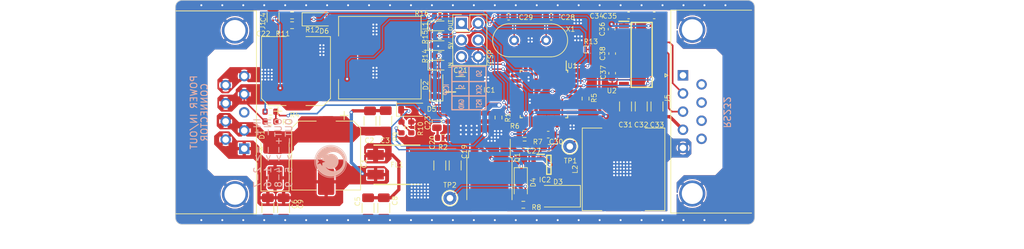
<source format=kicad_pcb>
(kicad_pcb (version 20221018) (generator pcbnew)
  (layers (0 "F.Cu" signal) (31 "B.Cu" signal) (34 "B.Paste" user) (35 "F.Paste" user) (36 "B.SilkS" user "B.Silkscreen") (37 "F.SilkS" user "F.Silkscreen") (38 "B.Mask" user) (39 "F.Mask" user) (44 "Edge.Cuts" user))
  (net 0 "")
  (net 1 "PWR_IN")
  (net 2 "PWR_IN_RTN_PRI")
  (net 3 "GNDPWR")
  (net 4 "PWR_IN_FLT")
  (net 5 "PWR_IN_RTN")
  (net 6 "Net-(D2-K)")
  (net 7 "Net-(IC1-BST)")
  (net 8 "PWR_OUT")
  (net 9 "Net-(C23-Pad1)")
  (net 10 "Net-(IC1-COMP)")
  (net 11 "5V_PRI")
  (net 12 "Net-(U1-AREF)")
  (net 13 "XTAL1")
  (net 14 "XTAL2")
  (net 15 "Net-(IC2-CB)")
  (net 16 "Net-(D3-K)")
  (net 17 "Net-(U2-C1-)")
  (net 18 "Net-(U2-C1+)")
  (net 19 "Net-(U2-VS+)")
  (net 20 "Net-(U2-VS-)")
  (net 21 "Net-(U2-C2+)")
  (net 22 "Net-(U2-C2-)")
  (net 23 "PWR_IN_RP")
  (net 24 "Net-(D4-A)")
  (net 25 "PWR_IN_RP_FB")
  (net 26 "PWR_OUT_FB")
  (net 27 "MCU_CONV_EN")
  (net 28 "REG_FB")
  (net 29 "Net-(IC1-FREQ)")
  (net 30 "Net-(IC2-FB)")
  (net 33 "MISO")
  (net 34 "SCK")
  (net 35 "MOSI")
  (net 36 "RESET")
  (net 38 "Net-(U2-T1OUT)")
  (net 39 "Net-(U2-R1IN)")
  (net 57 "MCU_RX")
  (net 58 "MCU_TX")
  (net 64 "Net-(D7-A)")
  (net 65 "Net-(D8-A)")
  (net 66 "Net-(D9-A)")
  (footprint "Capacitor_SMD:C_0805_2012Metric" (layer "F.Cu") (at 144.612 46.895 90)
    (fp_text reference "C23")
    (fp_text value "680pF")
  )
  (footprint "ACM7060-701-2PL-TL01:ACM70603012PLTL01" (layer "F.Cu") (at 138.5 53.5)
    (fp_text reference "FL1")
    (fp_text value "Filter_EMI_CommonMode" hide)
  )
  (footprint "LED_SMD:LED_0603_1608Metric_Pad1.05x0.95mm_HandSolder" (layer "F.Cu") (at 144.9 35.31)
    (fp_text reference "5V")
    (fp_text value "LED")
  )
  (footprint "Resistor_SMD:R_0603_1608Metric" (layer "F.Cu") (at 119.2 46.9)
    (fp_text reference "R3")
    (fp_text value "290k")
  )
  (footprint "Diode_SMD:D_SOD-123" (layer "F.Cu") (at 144.512 41.4 90)
    (fp_text reference "D2")
    (fp_text value "BZT52-C20_R1_00001")
  )
  (footprint "Capacitor_SMD:C_1206_3216Metric_Pad1.33x1.80mm_HandSolder" (layer "F.Cu") (at 119.6 31 90)
    (fp_text reference "C4")
    (fp_text value "10uF")
  )
  (footprint "Capacitor_SMD:C_1206_3216Metric_Pad1.33x1.80mm_HandSolder" (layer "F.Cu") (at 148.212 40.945)
    (fp_text reference "C21")
    (fp_text value "100nF")
  )
  (footprint "Diode_SMD:D_SOD-123" (layer "F.Cu") (at 126.4 31.3)
    (fp_text reference "D6")
    (fp_text value "5V")
  )
  (footprint "Capacitor_SMD:C_1206_3216Metric_Pad1.33x1.80mm_HandSolder" (layer "F.Cu") (at 178.2 44.6 90)
    (fp_text reference "C33")
    (fp_text value "10uF")
  )
  (footprint "Package_TO_SOT_SMD:TO-252-2" (layer "F.Cu") (at 152.625 55.74 -90)
    (fp_text reference "Q1")
    (fp_text value "DMPH6050SK3")
  )
  (footprint "Capacitor_SMD:C_0603_1608Metric" (layer "F.Cu") (at 177.775 30.7 180)
    (fp_text reference "C35")
    (fp_text value "10uF")
  )
  (footprint "Inductor_SMD:L_12x12mm_H8mm" (layer "F.Cu") (at 173.1 54.2 90)
    (fp_text reference "L2")
    (fp_text value "47uH")
  )
  (footprint "Capacitor_SMD:C_0603_1608Metric" (layer "F.Cu") (at 173.875 30.7 180)
    (fp_text reference "C34")
    (fp_text value "1uF")
  )
  (footprint "Resistor_SMD:R_0603_1608Metric" (layer "F.Cu") (at 145.537 49.395 180)
    (fp_text reference "R2")
    (fp_text value "200k")
  )
  (footprint "Resistor_SMD:R_0603_1608Metric" (layer "F.Cu") (at 122.5 30.7)
    (fp_text reference "R11")
    (fp_text value "50k")
  )
  (footprint "MAX232:SOIC127P600X175-16N" (layer "F.Cu") (at 175.863 36.725)
    (fp_text reference "U2")
    (fp_text value "MAX232" hide)
  )
  (footprint "Resistor_SMD:R_0603_1608Metric" (layer "F.Cu") (at 119.2 45.4)
    (fp_text reference "R4")
    (fp_text value "10k")
  )
  (footprint "TestPoint:TestPoint_THTPad_D2.0mm_Drill1.0mm" (layer "F.Cu") (at 146.6 58.6)
    (fp_text reference "TP2")
    (fp_text value "TestPoint")
  )
  (footprint "Resistor_SMD:R_0603_1608Metric" (layer "F.Cu") (at 145.075 36.8)
    (fp_text reference "R14")
    (fp_text value "46k")
  )
  (footprint "Resistor_SMD:R_0603_1608Metric" (layer "F.Cu") (at 122.5 32.2)
    (fp_text reference "R12")
    (fp_text value "10k")
  )
  (footprint "Resistor_SMD:R_0603_1608Metric" (layer "F.Cu") (at 158 50.4)
    (fp_text reference "R7")
    (fp_text value "15k")
  )
  (footprint "Resistor_SMD:R_0603_1608Metric" (layer "F.Cu") (at 167.3 43.4 90)
    (fp_text reference "R5")
    (fp_text value "100k")
  )
  (footprint "Capacitor_SMD:C_1206_3216Metric_Pad1.33x1.80mm_HandSolder" (layer "F.Cu") (at 121.2 60.1 -90)
    (fp_text reference "C9")
    (fp_text value "100nF")
  )
  (footprint "Capacitor_SMD:C_1206_3216Metric_Pad1.33x1.80mm_HandSolder" (layer "F.Cu") (at 118.8 60.1 -90)
    (fp_text reference "C6")
    (fp_text value "10uF")
  )
  (footprint "Connector_Dsub:DSUB-9_Female_Horizontal_P2.77x2.84mm_EdgePinOffset7.70mm_Housed_MountingHolesOffset9.12mm" (layer "F.Cu") (at 182.169669 39.85 90)
    (fp_text reference "J5")
    (fp_text value "DE9_Receptacle_MountingHoles")
  )
  (footprint "Capacitor_SMD:C_1206_3216Metric_Pad1.33x1.80mm_HandSolder" (layer "F.Cu") (at 134.4 46.8375 90)
    (fp_text reference "C2")
    (fp_text value "10uF")
  )
  (footprint "Resistor_SMD:R_0603_1608Metric" (layer "F.Cu") (at 158 48.8)
    (fp_text reference "R6")
    (fp_text value "82k")
  )
  (footprint "Resistor_SMD:R_0603_1608Metric" (layer "F.Cu") (at 157.8 59.6 180)
    (fp_text reference "R8")
    (fp_text value "10k")
  )
  (footprint "Capacitor_SMD:C_0603_1608Metric" (layer "F.Cu") (at 171.363 36.525 -90)
    (fp_text reference "C38")
    (fp_text value "1uF")
  )
  (footprint "Capacitor_SMD:C_1206_3216Metric_Pad1.33x1.80mm_HandSolder" (layer "F.Cu") (at 175.8 44.6 90)
    (fp_text reference "C32")
    (fp_text value "10uF")
  )
  (footprint "Capacitor_SMD:C_0603_1608Metric_Pad1.08x0.95mm_HandSolder" (layer "F.Cu") (at 161.6 48.9 180)
    (fp_text reference "C27")
    (fp_text value "100nF")
  )
  (footprint "Resistor_SMD:R_0603_1608Metric" (layer "F.Cu") (at 139.2 47.8 90)
    (fp_text reference "R9")
    (fp_text value "100k")
  )
  (footprint "Connector_Dsub:DSUB-9_Female_Horizontal_P2.77x2.84mm_EdgePinOffset7.70mm_Housed_MountingHolesOffset9.12mm" (layer "F.Cu") (at 115.2 51.04 -90)
    (fp_text reference "J1")
    (fp_text value "DE9_Receptacle_MountingHoles")
  )
  (footprint "Connector_PinHeader_2.54mm:PinHeader_2x03_P2.54mm_Vertical" (layer "F.Cu") (at 148.36 31.92)
    (fp_text reference "ICSP")
    (fp_text value "Conn_02x03_Odd_Even")
  )
  (footprint "Capacitor_SMD:C_0603_1608Metric" (layer "F.Cu") (at 162.05 30.9)
    (fp_text reference "C28")
    (fp_text value "22pF")
  )
  (footprint "Resistor_SMD:R_0603_1608Metric" (layer "F.Cu") (at 154.012 46.295 -90)
    (fp_text reference "R1")
    (fp_text value "200k")
  )
  (footprint "Capacitor_SMD:C_1206_3216Metric_Pad1.33x1.80mm_HandSolder" (layer "F.Cu") (at 145.05 53.6 -90)
    (fp_text reference "C20")
    (fp_text value "10uF")
  )
  (footprint "MPQ4559DN-LF-P:SOIC127P600X170-9N" (layer "F.Cu") (at 149.412 44.995)
    (fp_text reference "IC1")
    (fp_text value "MPQ4559DN-LF-P" hide)
  )
  (footprint "Capacitor_SMD:C_1206_3216Metric_Pad1.33x1.80mm_HandSolder" (layer "F.Cu") (at 173.4 44.6 -90)
    (fp_text reference "C31")
    (fp_text value "22uF")
  )
  (footprint "Capacitor_SMD:C_0603_1608Metric" (layer "F.Cu") (at 155.55 30.9 180)
    (fp_text reference "C29")
    (fp_text value "22pF")
  )
  (footprint "Package_QFP:TQFP-32_7x7mm_P0.8mm" (layer "F.Cu") (at 160.95 42.7 -90)
    (fp_text reference "U1")
    (fp_text value "ATmega328-A")
  )
  (footprint "Capacitor_SMD:CP_Elec_10x10" (layer "F.Cu") (at 127.7 52.1 -90)
    (fp_text reference "C1")
    (fp_text value "100uF")
  )
  (footprint "Capacitor_SMD:C_0603_1608Metric_Pad1.08x0.95mm_HandSolder" (layer "F.Cu") (at 161.7375 50.9)
    (fp_text reference "C30")
    (fp_text value "100nF")
  )
  (footprint "Capacitor_SMD:C_1206_3216Metric_Pad1.33x1.80mm_HandSolder" (layer "F.Cu") (at 136.8 46.8 90)
    (fp_text reference "C3")
    (fp_text value "100nF")
  )
  (footprint "Crystal:Crystal_HC49-4H_Vertical" (layer "F.Cu") (at 156.4 34.5)
    (fp_text reference "X1")
    (fp_text value "16Mhz")
  )
  (footprint "Capacitor_SMD:C_0603_1608Metric" (layer "F.Cu") (at 171.275 32.8 90)
    (fp_text reference "C36")
    (fp_text value "1uF")
  )
  (footprint "Capacitor_SMD:C_1206_3216Metric_Pad1.33x1.80mm_HandSolder" (layer "F.Cu") (at 136.5 60.1 90)
    (fp_text reference "C8")
    (fp_text value "100nF")
  )
  (footprint "LED_SMD:LED_0603_1608Metric_Pad1.05x0.95mm_HandSolder" (layer "F.Cu") (at 144.9 32.3)
    (fp_text reference "OUT")
    (fp_text value "LED")
  )
  (footprint "Diode_SMD:D_SOD-123" (layer "F.Cu") (at 140.8 45.1)
    (fp_text reference "D5")
    (fp_text value "5V")
  )
  (footprint "Resistor_SMD:R_0603_1608Metric" (layer "F.Cu") (at 145.075 30.8)
    (fp_text reference "R16")
    (fp_text value "4.7k")
  )
  (footprint "Capacitor_SMD:C_1206_3216Metric_Pad1.33x1.80mm_HandSolder" (layer "F.Cu") (at 134.1 60.1 90)
    (fp_text reference "C5")
    (fp_text value "10uF")
  )
  (footprint "Diode_SMD:D_SOD-123" (layer "F.Cu") (at 157.413 56.305 -90)
    (fp_text reference "D4")
    (fp_text value "BZT52-C20_R1_00001")
  )
  (footprint "Inductor_SMD:L_12x12mm_H8mm" (layer "F.Cu") (at 135.9 37.15)
    (fp_text reference "L1")
    (fp_text value "15uH")
  )
  (footprint "Diode_SMD:D_SMA" (layer "F.Cu") (at 163 58.3 180)
    (fp_text reference "D3")
    (fp_text value "D")
  )
  (footprint "Capacitor_SMD:CP_Elec_10x10" (layer "F.Cu") (at 123.1 39.2 90)
    (fp_text reference "C22")
    (fp_text value "100uF")
  )
  (footprint "Capacitor_SMD:C_1206_3216Metric_Pad1.33x1.80mm_HandSolder" (layer "F.Cu") (at 147.4 53.6 -90)
    (fp_text reference "C19")
    (fp_text value "10uF")
  )
  (footprint "TestPoint:TestPoint_THTPad_D2.0mm_Drill1.0mm" (layer "F.Cu") (at 164.9 50.7)
    (fp_text reference "TP1")
    (fp_text value "TestPoint")
  )
  (footprint "HT7463B:SOT95P280X145-6N" (layer "F.Cu") (at 161.7 53.5)
    (fp_text reference "IC2")
    (fp_text value "HT7463B" hide)
  )
  (footprint "Resistor_SMD:R_0603_1608Metric" (layer "F.Cu") (at 140.7 47.8 90)
    (fp_text reference "R10")
    (fp_text value "10k")
  )
  (footprint "Capacitor_SMD:C_0603_1608Metric" (layer "F.Cu") (at 171.363 39.525 -90)
    (fp_text reference "C37")
    (fp_text value "1uF")
  )
  (footprint "Resistor_SMD:R_0603_1608Metric" (layer "F.Cu") (at 167.325 35.9)
    (fp_text reference "R13")
    (fp_text value "10k")
  )
  (footprint "Resistor_SMD:R_0603_1608Metric" (layer "F.Cu") (at 145.075 33.8)
    (fp_text reference "R15")
    (fp_text value "1k")
  )
  (footprint "Diode_SMD:D_SMB_Handsoldering" (layer "F.Cu") (at 119.9 52.8 90)
    (fp_text reference "D1")
    (fp_text value "SMBJ51CA-HT")
  )
  (footprint "LED_SMD:LED_0603_1608Metric_Pad1.05x0.95mm_HandSolder" (layer "F.Cu") (at 144.9 38.3)
    (fp_text reference "IN")
    (fp_text value "LED")
  )
  (footprint "LOGO" (layer "B.Cu") (at 128.4 53 180)
    (fp_text reference "G***" hide)
    (fp_text value "LOGO" hide)
  )
  (gr_line (start 152.1 38.5) (end 146.9 38.5) (stroke (width 0.2)) (layer "B.SilkS"))
  (gr_line (start 152 40.8) (end 146.9 40.8) (stroke (width 0.2)) (layer "B.SilkS"))
  (gr_line (start 152.1 45.1) (end 152.1 38.5) (stroke (width 0.2)) (layer "B.SilkS"))
  (gr_line (start 152.05 43) (end 146.95 43) (stroke (width 0.2)) (layer "B.SilkS"))
  (gr_line (start 149.5 45.1) (end 149.5 38.5) (stroke (width 0.2)) (layer "B.SilkS"))
  (gr_line (start 146.9 45.1) (end 146.9 38.5) (stroke (width 0.2)) (layer "B.SilkS"))
  (gr_line (start 152.05 45.1) (end 146.95 45.1) (stroke (width 0.2)) (layer "B.SilkS"))
  (gr_line (start 104.7 61.6) (end 104.7 29.4) (stroke (width 0.1)) (layer "Edge.Cuts"))
  (gr_arc (start 104.7 29.4) (mid 104.992893 28.692893) (end 105.7 28.4) (stroke (width 0.1)) (layer "Edge.Cuts"))
  (gr_arc (start 193.1 61.6) (mid 192.807107 62.307107) (end 192.1 62.6) (stroke (width 0.1)) (layer "Edge.Cuts"))
  (gr_line (start 105.7 28.4) (end 192.1 28.4) (stroke (width 0.1)) (layer "Edge.Cuts"))
  (gr_arc (start 105.7 62.6) (mid 104.992893 62.307107) (end 104.7 61.6) (stroke (width 0.1)) (layer "Edge.Cuts"))
  (gr_line (start 192.1 62.6) (end 105.7 62.6) (stroke (width 0.1)) (layer "Edge.Cuts"))
  (gr_arc (start 192.1 28.4) (mid 192.807107 28.692893) (end 193.1 29.4) (stroke (width 0.1)) (layer "Edge.Cuts"))
  (gr_line (start 193.1 29.4) (end 193.1 61.6) (stroke (width 0.1)) (layer "Edge.Cuts"))
  (gr_text "ICSP" (at 146.5 41.1 90) (layer "B.SilkS") (effects (font (size 0.75 0.5) (thickness 0.125) bold) (justify left bottom mirror)))
  (gr_text "RST" (at 151.5 43.4 90) (layer "B.SilkS") (effects (font (size 0.75 0.5) (thickness 0.125) bold) (justify left bottom mirror)))
  (gr_text "POWER IN/OUT\nCONNECTOR" (at 109.7 45.5 90) (layer "B.SilkS") (effects (font (size 1 1)) (justify bottom mirror)))
  (gr_text "IN+\nIN-\nOUT+\nOUT-" (at 122.6 46.3 90) (layer "B.SilkS") (effects (font (size 1 1)) (justify left bottom mirror)))
  (gr_text "RS232" (at 188.3 45.5 270) (layer "B.SilkS") (effects (font (size 1 1)) (justify bottom mirror)))
  (gr_text "SI" (at 148.8 41.2 90) (layer "B.SilkS") (effects (font (size 0.75 0.5) (thickness 0.125) bold) (justify left bottom mirror)))
  (gr_text "GND" (at 148.8 43.4 90) (layer "B.SilkS") (effects (font (size 0.75 0.5) (thickness 0.125) bold) (justify left bottom mirror)))
  (gr_text "SO" (at 151.5 39 90) (layer "B.SilkS") (effects (font (size 0.75 0.5) (thickness 0.125) bold) (justify left bottom mirror)))
  (gr_text "-> 2-7\n-> 1-6\n-> 4-8\n-> 5-9" (at 122.6 50.5 90) (layer "B.SilkS") (effects (font (size 1 1)) (justify left bottom mirror)))
  (gr_text "SCK" (at 151.5 41.2 90) (layer "B.SilkS") (effects (font (size 0.75 0.5) (thickness 0.125) bold) (justify left bottom mirror)))
  (gr_text "5V" (at 148.8 39 90) (layer "B.SilkS") (effects (font (size 0.75 0.5) (thickness 0.125) bold) (justify left bottom mirror)))
  (segment (start 136.5 58.5375) (end 137.5625 58.5375) (width 0.5) (layer "F.Cu") (net 1))
  (segment (start 137.8 52) (end 135.25 52) (width 0.5) (layer "F.Cu") (net 1))
  (segment (start 138.8 53) (end 137.8 52) (width 0.5) (layer "F.Cu") (net 1))
  (segment (start 137.5625 58.5375) (end 138.8 57.3) (width 0.5) (layer "F.Cu") (net 1))
  (segment (start 134.1 58.5375) (end 136.5 58.5375) (width 0.5) (layer "F.Cu") (net 1))
  (segment (start 138.8 57.3) (end 138.8 53) (width 0.5) (layer "F.Cu") (net 1))
  (segment (start 134.4375 45.2375) (end 134.4 45.275) (width 0.5) (layer "F.Cu") (net 2))
  (segment (start 131.775 45.275) (end 131.55 45.5) (width 0.5) (layer "F.Cu") (net 2))
  (segment (start 134.4 45.275) (end 131.775 45.275) (width 0.5) (layer "F.Cu") (net 2))
  (segment (start 133.4 55) (end 133.25 54.85) (width 0.5) (layer "F.Cu") (net 2))
  (segment (start 135.25 55) (end 133.4 55) (width 0.5) (layer "F.Cu") (net 2))
  (segment (start 136.8 45.2375) (end 134.4375 45.2375) (width 0.5) (layer "F.Cu") (net 2))
  (via (at 133.25 54.85) (size 0.5) (drill 0.3) (layers "F.Cu" "B.Cu") (net 2))
  (via (at 131.55 45.5) (size 0.5) (drill 0.3) (layers "F.Cu" "B.Cu") (net 2))
  (segment (start 133.25 54.85) (end 131.55 53.15) (width 0.5) (layer "B.Cu") (net 2))
  (segment (start 131.55 53.15) (end 131.55 45.5) (width 0.5) (layer "B.Cu") (net 2))
  (via (at 124.65 61.95) (size 0.5) (drill 0.3) (layers "F.Cu" "B.Cu") (net 3))
  (via (at 175.85 61.95) (size 0.5) (drill 0.3) (layers "F.Cu" "B.Cu") (net 3))
  (via (at 143.85 29.15) (size 0.5) (drill 0.3) (layers "F.Cu" "B.Cu") (net 3))
  (via (at 175.85 29.15) (size 0.5) (drill 0.3) (layers "F.Cu" "B.Cu") (net 3))
  (via (at 108.65 29.15) (size 0.5) (drill 0.3) (layers "F.Cu" "B.Cu") (net 3))
  (via (at 131.05 29.15) (size 0.5) (drill 0.3) (layers "F.Cu" "B.Cu") (net 3))
  (via (at 124.65 29.15) (size 0.5) (drill 0.3) (layers "F.Cu" "B.Cu") (net 3))
  (via (at 150.25 29.15) (size 0.5) (drill 0.3) (layers "F.Cu" "B.Cu") (net 3))
  (via (at 156.65 61.95) (size 0.5) (drill 0.3) (layers "F.Cu" "B.Cu") (net 3))
  (via (at 182.25 61.95) (size 0.5) (drill 0.3) (layers "F.Cu" "B.Cu") (net 3))
  (via (at 159.85 29.15) (size 0.5) (drill 0.3) (layers "F.Cu" "B.Cu") (net 3))
  (via (at 147.05 61.95) (size 0.5) (drill 0.3) (layers "F.Cu" "B.Cu") (net 3))
  (via (at 111.85 61.95) (size 0.5) (drill 0.3) (layers "F.Cu" "B.Cu") (net 3))
  (via (at 153.45 61.95) (size 0.5) (drill 0.3) (layers "F.Cu" "B.Cu") (net 3))
  (via (at 159.85 61.95) (size 0.5) (drill 0.3) (layers "F.Cu" "B.Cu") (net 3))
  (via (at 188.65 29.15) (size 0.5) (drill 0.3) (layers "F.Cu" "B.Cu") (net 3))
  (via (at 147.05 29.15) (size 0.5) (drill 0.3) (layers "F.Cu" "B.Cu") (net 3))
  (via (at 115.05 29.15) (size 0.5) (drill 0.3) (layers "F.Cu" "B.Cu") (net 3))
  (via (at 118.25 61.95) (size 0.5) (drill 0.3) (layers "F.Cu" "B.Cu") (net 3))
  (via (at 115.05 61.95) (size 0.5) (drill 0.3) (layers "F.Cu" "B.Cu") (net 3))
  (via (at 150.25 61.95) (size 0.5) (drill 0.3) (layers "F.Cu" "B.Cu") (net 3))
  (via (at 143.85 61.95) (size 0.5) (drill 0.3) (layers "F.Cu" "B.Cu") (net 3))
  (via (at 131.05 61.95) (size 0.5) (drill 0.3) (layers "F.Cu" "B.Cu") (net 3))
  (via (at 127.85 29.15) (size 0.5) (drill 0.3) (layers "F.Cu" "B.Cu") (net 3))
  (via (at 169.45 29.15) (size 0.5) (drill 0.3) (layers "F.Cu" "B.Cu") (net 3))
  (via (at 188.65 61.95) (size 0.5) (drill 0.3) (layers "F.Cu" "B.Cu") (net 3))
  (via (at 172.65 61.95) (size 0.5) (drill 0.3) (layers "F.Cu" "B.Cu") (net 3))
  (via (at 121.45 61.95) (size 0.5) (drill 0.3) (layers "F.Cu" "B.Cu") (net 3))
  (via (at 140.65 61.95) (size 0.5) (drill 0.3) (layers "F.Cu" "B.Cu") (net 3))
  (via (at 166.25 61.95) (size 0.5) (drill 0.3) (layers "F.Cu" "B.Cu") (net 3))
  (via (at 185.45 61.95) (size 0.5) (drill 0.3) (layers "F.Cu" "B.Cu") (net 3))
  (via (at 156.65 29.15) (size 0.5) (drill 0.3) (layers "F.Cu" "B.Cu") (net 3))
  (via (at 153.45 29.15) (size 0.5) (drill 0.3) (layers "F.Cu" "B.Cu") (net 3))
  (via (at 185.45 29.15) (size 0.5) (drill 0.3) (layers "F.Cu" "B.Cu") (net 3))
  (via (at 169.45 61.95) (size 0.5) (drill 0.3) (layers "F.Cu" "B.Cu") (net 3))
  (via (at 121.45 29.15) (size 0.5) (drill 0.3) (layers "F.Cu" "B.Cu") (net 3))
  (via (at 140.65 29.15) (size 0.5) (drill 0.3) (layers "F.Cu" "B.Cu") (net 3))
  (via (at 137.45 29.15) (size 0.5) (drill 0.3) (layers "F.Cu" "B.Cu") (net 3))
  (via (at 172.65 29.15) (size 0.5) (drill 0.3) (layers "F.Cu" "B.Cu") (net 3))
  (via (at 179.05 29.15) (size 0.5) (drill 0.3) (layers "F.Cu" "B.Cu") (net 3))
  (via (at 163.05 29.15) (size 0.5) (drill 0.3) (layers "F.Cu" "B.Cu") (net 3))
  (via (at 163.05 61.95) (size 0.5) (drill 0.3) (layers "F.Cu" "B.Cu") (net 3))
  (via (at 111.85 29.15) (size 0.5) (drill 0.3) (layers "F.Cu" "B.Cu") (net 3))
  (via (at 118.25 29.15) (size 0.5) (drill 0.3) (layers "F.Cu" "B.Cu") (net 3))
  (via (at 134.25 29.15) (size 0.5) (drill 0.3) (layers "F.Cu" "B.Cu") (net 3))
  (via (at 182.25 29.15) (size 0.5) (drill 0.3) (layers "F.Cu" "B.Cu") (net 3))
  (via (at 179.05 61.95) (size 0.5) (drill 0.3) (layers "F.Cu" "B.Cu") (net 3))
  (via (at 166.25 29.15) (size 0.5) (drill 0.3) (layers "F.Cu" "B.Cu") (net 3))
  (via (at 108.65 61.95) (size 0.5) (drill 0.3) (layers "F.Cu" "B.Cu") (net 3))
  (via (at 134.25 61.95) (size 0.5) (drill 0.3) (layers "F.Cu" "B.Cu") (net 3))
  (via (at 127.85 61.95) (size 0.5) (drill 0.3) (layers "F.Cu" "B.Cu") (net 3))
  (via (at 137.45 61.95) (size 0.5) (drill 0.3) (layers "F.Cu" "B.Cu") (net 3))
  (segment (start 147.3625 52) (end 147.4 52.0375) (width 1.5) (layer "F.Cu") (net 4))
  (segment (start 147.8125 52.0375) (end 151.1 55.325) (width 1.5) (layer "F.Cu") (net 4))
  (segment (start 141.75 52) (end 147.3625 52) (width 1.5) (layer "F.Cu") (net 4))
  (segment (start 147.4 52.0375) (end 147.8125 52.0375) (width 1.5) (layer "F.Cu") (net 4))
  (segment (start 118.375 40.525) (end 118.4 40.5) (width 0.25) (layer "F.Cu") (net 5))
  (via (at 171.65 55.1) (size 0.5) (drill 0.3) (layers "F.Cu" "B.Cu") (net 5))
  (via (at 173.15 53.6) (size 0.5) (drill 0.3) (layers "F.Cu" "B.Cu") (net 5))
  (via (at 141.25 57) (size 0.5) (drill 0.3) (layers "F.Cu" "B.Cu") (net 5))
  (via (at 140.75 58) (size 0.5) (drill 0.3) (layers "F.Cu" "B.Cu") (net 5))
  (via (at 151.95 40.65) (size 0.5) (drill 0.3) (layers "F.Cu" "B.Cu") (net 5))
  (via (at 141.25 58.5) (size 0.5) (drill 0.3) (layers "F.Cu" "B.Cu") (net 5))
  (via (at 165.6 31.9) (size 0.5) (drill 0.3) (layers "F.Cu" "B.Cu") (net 5))
  (via (at 165 48) (size 0.5) (drill 0.3) (layers "F.Cu" "B.Cu") (net 5))
  (via (at 126.8 35.75) (size 0.5) (drill 0.3) (layers "F.Cu" "B.Cu") (net 5))
  (via (at 118.9 39.5) (size 0.5) (drill 0.3) (layers "F.Cu" "B.Cu") (net 5))
  (via (at 158.8 43.55) (size 0.5) (drill 0.3) (layers "F.Cu" "B.Cu") (net 5))
  (via (at 141.75 57.5) (size 0.5) (drill 0.3) (layers "F.Cu" "B.Cu") (net 5))
  (via (at 149.066666 48.85) (size 0.5) (drill 0.3) (layers "F.Cu" "B.Cu") (net 5))
  (via (at 117.9 40.5) (size 0.5) (drill 0.3) (layers "F.Cu" "B.Cu") (net 5))
  (via (at 140.75 58.5) (size 0.5) (drill 0.3) (layers "F.Cu" "B.Cu") (net 5))
  (via (at 153.45 49.85) (size 0.5) (drill 0.3) (layers "F.Cu" "B.Cu") (net 5))
  (via (at 153.45 49.35) (size 0.5) (drill 0.3) (layers "F.Cu" "B.Cu") (net 5))
  (via (at 173.15 53.1) (size 0.5) (drill 0.3) (layers "F.Cu" "B.Cu") (net 5))
  (via (at 150.7 48.85) (size 0.5) (drill 0.3) (layers "F.Cu" "B.Cu") (net 5))
  (via (at 172.15 53.6) (size 0.5) (drill 0.3) (layers "F.Cu" "B.Cu") (net 5))
  (via (at 149.883332 48.85) (size 0.5) (drill 0.3) (layers "F.Cu" "B.Cu") (net 5))
  (via (at 134.9 33.1) (size 0.5) (drill 0.3) (layers "F.Cu" "B.Cu") (net 5))
  (via (at 165.7 34.5) (size 0.5) (drill 0.3) (layers "F.Cu" "B.Cu") (net 5))
  (via (at 135.4 38.7) (size 0.5) (drill 0.3) (layers "F.Cu" "B.Cu") (net 5))
  (via (at 174.15 54.6) (size 0.5) (drill 0.3) (layers "F.Cu" "B.Cu") (net 5))
  (via (at 117.9 39.5) (size 0.5) (drill 0.3) (layers "F.Cu" "B.Cu") (net 5))
  (via (at 135.4 33.1) (size 0.5) (drill 0.3) (layers "F.Cu" "B.Cu") (net 5))
  (via (at 119.4 39) (size 0.5) (drill 0.3) (layers "F.Cu" "B.Cu") (net 5))
  (via (at 166.7 34.5) (size 0.5) (drill 0.3) (layers "F.Cu" "B.Cu") (net 5))
  (via (at 173.65 53.1) (size 0.5) (drill 0.3) (layers "F.Cu" "B.Cu") (net 5))
  (via (at 141.75 57) (size 0.5) (drill 0.3) (layers "F.Cu" "B.Cu") (net 5))
  (via (at 135.4 32.6) (size 0.5) (drill 0.3) (layers "F.Cu" "B.Cu") (net 5))
  (via (at 135.4 32.1) (size 0.5) (drill 0.3) (layers "F.Cu" "B.Cu") (net 5))
  (via (at 174.15 54.1) (size 0.5) (drill 0.3) (layers "F.Cu" "B.Cu") (net 5))
  (via (at 166.1 31.4) (size 0.5) (drill 0.3) (layers "F.Cu" "B.Cu") (net 5))
  (via (at 148.25 48.2) (size 0.5) (drill 0.3) (layers "F.Cu" "B.Cu") (net 5))
  (via (at 158.6 40.65) (size 0.5) (drill 0.3) (layers "F.Cu" "B.Cu") (net 5))
  (via (at 151.95 40.15) (size 0.5) (drill 0.3) (layers "F.Cu" "B.Cu") (net 5))
  (via (at 141.25 58) (size 0.5) (drill 0.3) (layers "F.Cu" "B.Cu") (net 5))
  (via (at 159.1 34.7) (size 0.5) (drill 0.3) (layers "F.Cu" "B.Cu") (net 5))
  (via (at 144.8 35.4) (size 0.5) (drill 0.3) (layers "F.Cu" "B.Cu") (net 5))
  (via (at 142.25 57) (size 0.5) (drill 0.3) (layers "F.Cu" "B.Cu") (net 5))
  (via (at 127.3 35.75) (size 0.5) (drill 0.3) (layers "F.Cu" "B.Cu") (net 5))
  (via (at 152.45 40.15) (size 0.5) (drill 0.3) (layers "F.Cu" "B.Cu") (net 5))
  (via (at 118.4 40.5) (size 0.5) (drill 0.3) (layers "F.Cu" "B.Cu") (net 5))
  (via (at 143.25 58) (size 0.5) (drill 0.3) (layers "F.Cu" "B.Cu") (net 5))
  (via (at 171.65 53.1) (size 0.5) (drill 0.3) (layers "F.Cu" "B.Cu") (net 5))
  (via (at 142.75 57) (size 0.5) (drill 0.3) (layers "F.Cu" "B.Cu") (net 5))
  (via (at 118.9 40.5) (size 0.5) (drill 0.3) (layers "F.Cu" "B.Cu") (net 5))
  (via (at 174.15 53.1) (size 0.5) (drill 0.3) (layers "F.Cu" "B.Cu") (net 5))
  (via (at 134.9 39.2) (size 0.5) (drill 0.3) (layers "F.Cu" "B.Cu") (net 5))
  (via (at 141.75 58) (size 0.5) (drill 0.3) (layers "F.Cu" "B.Cu") (net 5))
  (via (at 140.75 57) (size 0.5) (drill 0.3) (layers "F.Cu" "B.Cu") (net 5))
  (via (at 135.4 39.2) (size 0.5) (drill 0.3) (layers "F.Cu" "B.Cu") (net 5))
  (via (at 126.8 36.25) (size 0.5) (drill 0.3) (layers "F.Cu" "B.Cu") (net 5))
  (via (at 152.95 49.85) (size 0.5) (drill 0.3) (layers "F.Cu" "B.Cu") (net 5))
  (via (at 148.25 48.85) (size 0.5) (drill 0.3) (layers "F.Cu" "B.Cu") (net 5))
  (via (at 166.2 33.9) (size 0.5) (drill 0.3) (layers "F.Cu" "B.Cu") (net 5))
  (via (at 127.3 36.75) (size 0.5) (drill 0.3) (layers "F.Cu" "B.Cu") (net 5))
  (via (at 143.25 56.5) (size 0.5) (drill 0.3) (layers "F.Cu" "B.Cu") (net 5))
  (via (at 153.45 48.85) (size 0.5) (drill 0.3) (layers "F.Cu" "B.Cu") (net 5))
  (via (at 141.25 57.5) (size 0.5) (drill 0.3) (layers "F.Cu" "B.Cu") (net 5))
  (via (at 174.15 55.1) (size 0.5) (drill 0.3) (layers "F.Cu" "B.Cu") (net 5))
  (via (at 149.066666 48.2) (size 0.5) (drill 0.3) (layers "F.Cu" "B.Cu") (net 5))
  (via (at 134.9 32.6) (size 0.5) (drill 0.3) (layers "F.Cu" "B.Cu") (net 5))
  (via (at 152.95 49.35) (size 0.5) (drill 0.3) (layers "F.Cu" "B.Cu") (net 5))
  (via (at 135.4 39.7) (size 0.5) (drill 0.3) (layers "F.Cu" "B.Cu") (net 5))
  (via (at 154.45 48.35) (size 0.5) (drill 0.3) (layers "F.Cu" "B.Cu") (net 5))
  (via (at 172.15 54.6) (size 0.5) (drill 0.3) (layers "F.Cu" "B.Cu") (net 5))
  (via (at 118.9 40) (size 0.5) (drill 0.3) (layers "F.Cu" "B.Cu") (net 5))
  (via (at 119.4 40.5) (size 0.5) (drill 0.3) (layers "F.Cu" "B.Cu") (net 5))
  (via (at 173.15 54.6) (size 0.5) (drill 0.3) (layers "F.Cu" "B.Cu") (net 5))
  (via (at 126.8 35.25) (size 0.5) (drill 0.3) (layers "F.Cu" "B.Cu") (net 5))
  (via (at 158.8 44.05) (size 0.5) (drill 0.3) (layers "F.Cu" "B.Cu") (net 5))
  (via (at 134.9 33.6) (size 0.5) (drill 0.3) (layers "F.Cu" "B.Cu") (net 5))
  (via (at 166.6 31.4) (size 0.5) (drill 0.3) (layers "F.Cu" "B.Cu") (net 5))
  (via (at 171.65 54.1) (size 0.5) (drill 0.3) (layers "F.Cu" "B.Cu") (net 5))
  (via (at 142.75 58.5) (size 0.5) (drill 0.3) (layers "F.Cu" "B.Cu") (net 5))
  (via (at 165.5 47.5) (size 0.5) (drill 0.3) (layers "F.Cu" "B.Cu") (net 5))
  (via (at 166.7 33.9) (size 0.5) (drill 0.3) (layers "F.Cu" "B.Cu") (net 5))
  (via (at 143.25 58.5) (size 0.5) (drill 0.3) (layers "F.Cu" "B.Cu") (net 5))
  (via (at 171.65 54.6) (size 0.5) (drill 0.3) (layers "F.Cu" "B.Cu") (net 5))
  (via (at 172.65 55.1) (size 0.5) (drill 0.3) (layers "F.Cu" "B.Cu") (net 5))
  (via (at 118.4 39.5) (size 0.5) (drill 0.3) (layers "F.Cu" "B.Cu") (net 5))
  (via (at 141.75 56.5) (size 0.5) (drill 0.3) (layers "F.Cu" "B.Cu") (net 5))
  (via (at 153.95 48.35) (size 0.5) (drill 0.3) (layers "F.Cu" "B.Cu") (net 5))
  (via (at 134.9 40.2) (size 0.5) (drill 0.3) (layers "F.Cu" "B.Cu") (net 5))
  (via (at 143.25 57) (size 0.5) (drill 0.3) (layers "F.Cu" "B.Cu") (net 5))
  (via (at 142.75 58) (size 0.5) (drill 0.3) (layers "F.Cu" "B.Cu") (net 5))
  (via (at 141.25 56.5) (size 0.5) (drill 0.3) (layers "F.Cu" "B.Cu") (net 5))
  (via (at 148.25 47.55) (size 0.5) (drill 0.3) (layers "F.Cu" "B.Cu") (net 5))
  (via (at 141.75 58.5) (size 0.5) (drill 0.3) (layers "F.Cu" "B.Cu") (net 5))
  (via (at 135.4 40.2) (size 0.5) (drill 0.3) (layers "F.Cu" "B.Cu") (net 5))
  (via (at 172.15 54.1) (size 0.5) (drill 0.3) (layers "F.Cu" "B.Cu") (net 5))
  (via (at 149.883332 48.2) (size 0.5) (drill 0.3) (layers "F.Cu" "B.Cu") (net 5))
  (via (at 153.45 48.35) (size 0.5) (drill 0.3) (layers "F.Cu" "B.Cu") (net 5))
  (via (at 171.65 53.6) (size 0.5) (drill 0.3) (layers "F.Cu" "B.Cu") (net 5))
  (via (at 143.25 57.5) (size 0.5) (drill 0.3) (layers "F.Cu" "B.Cu") (net 5))
  (via (at 158.6 34.7) (size 0.5) (drill 0.3) (layers "F.Cu" "B.Cu") (net 5))
  (via (at 150.7 47.55) (size 0.5) (drill 0.3) (layers "F.Cu" "B.Cu") (net 5))
  (via (at 149.883332 47.55) (size 0.5) (drill 0.3) (layers "F.Cu" "B.Cu") (net 5))
  (via (at 173.65 53.6) (size 0.5) (drill 0.3) (layers "F.Cu" "B.Cu") (net 5))
  (via (at 127.3 36.25) (size 0.5) (drill 0.3) (layers "F.Cu" "B.Cu") (net 5))
  (via (at 119.4 40) (size 0.5) (drill 0.3) (layers "F.Cu" "B.Cu") (net 5))
  (via (at 142.75 56.5) (size 0.5) (drill 0.3) (layers "F.Cu" "B.Cu") (net 5))
  (via (at 172.65 53.6) (size 0.5) (drill 0.3) (layers "F.Cu" "B.Cu") (net 5))
  (via (at 135.4 33.6) (size 0.5) (drill 0.3) (layers "F.Cu" "B.Cu") (net 5))
  (via (at 158.6 40.15) (size 0.5) (drill 0.3) (layers "F.Cu" "B.Cu") (net 5))
  (via (at 142.25 57.5) (size 0.5) (drill 0.3) (layers "F.Cu" "B.Cu") (net 5))
  (via (at 172.15 55.1) (size 0.5) (drill 0.3) (layers "F.Cu" "B.Cu") (net 5))
  (via (at 118.4 45.4) (size 0.5) (drill 0.3) (layers "F.Cu" "B.Cu") (net 5))
  (via (at 119.4 39.5) (size 0.5) (drill 0.3) (layers "F.Cu" "B.Cu") (net 5))
  (via (at 173.15 55.1) (size 0.5) (drill 0.3) (layers "F.Cu" "B.Cu") (net 5))
  (via (at 149.066666 47.55) (size 0.5) (drill 0.3) (layers "F.Cu" "B.Cu") (net 5))
  (via (at 140.75 56.5) (size 0.5) (drill 0.3) (layers "F.Cu" "B.Cu") (net 5))
  (via (at 154.45 48.85) (size 0.5) (drill 0.3) (layers "F.Cu" "B.Cu") (net 5))
  (via (at 142.75 57.5) (size 0.5) (drill 0.3) (layers "F.Cu" "B.Cu") (net 5))
  (via (at 126.8 36.75) (size 0.5) (drill 0.3) (layers "F.Cu" "B.Cu") (net 5))
  (via (at 159.1 34.2) (size 0.5) (drill 0.3) (layers "F.Cu" "B.Cu") (net 5))
  (via (at 173.65 55.1) (size 0.5) (drill 0.3) (layers "F.Cu" "B.Cu") (net 5))
  (via (at 173.15 54.1) (size 0.5) (drill 0.3) (layers "F.Cu" "B.Cu") (net 5))
  (via (at 165.7 33.9) (size 0.5) (drill 0.3) (layers "F.Cu" "B.Cu") (net 5))
  (via (at 172.65 53.1) (size 0.5) (drill 0.3) (layers "F.Cu" "B.Cu") (net 5))
  (via (at 134.9 38.7) (size 0.5) (drill 0.3) (layers "F.Cu" "B.Cu") (net 5))
  (via (at 140.75 57.5) (size 0.5) (drill 0.3) (layers "F.Cu" "B.Cu") (net 5))
  (via (at 153.95 48.85) (size 0.5) (drill 0.3) (layers "F.Cu" "B.Cu") (net 5))
  (via (at 134.9 39.7) (size 0.5) (drill 0.3) (layers "F.Cu" "B.Cu") (net 5))
  (via (at 152.45 40.65) (size 0.5) (drill 0.3) (layers "F.Cu" "B.Cu") (net 5))
  (via (at 166.6 31.9) (size 0.5) (drill 0.3) (layers "F.Cu" "B.Cu") (net 5))
  (via (at 174.15 53.6) (size 0.5) (drill 0.3) (layers "F.Cu" "B.Cu") (net 5))
  (via (at 173.65 54.1) (size 0.5) (drill 0.3) (layers "F.Cu" "B.Cu") (net 5))
  (via (at 165.5 48) (size 0.5) (drill 0.3) (layers "F.Cu" "B.Cu") (net 5))
  (via (at 172.15 53.1) (size 0.5) (drill 0.3) (layers "F.Cu" "B.Cu") (net 5))
  (via (at 127.3 35.25) (size 0.5) (drill 0.3) (layers "F.Cu" "B.Cu") (net 5))
  (via (at 153.95 49.35) (size 0.5) (drill 0.3) (layers "F.Cu" "B.Cu") (net 5))
  (via (at 152.45 49.85) (size 0.5) (drill 0.3) (layers "F.Cu" "B.Cu") (net 5))
  (via (at 166.2 34.5) (size 0.5) (drill 0.3) (layers "F.Cu" "B.Cu") (net 5))
  (via (at 172.65 54.6) (size 0.5) (drill 0.3) (layers "F.Cu" "B.Cu") (net 5))
  (via (at 165.6 31.4) (size 0.5) (drill 0.3) (layers "F.Cu" "B.Cu") (net 5))
  (via (at 150.7 48.2) (size 0.5) (drill 0.3) (layers "F.Cu" "B.Cu") (net 5))
  (via (at 165 47.5) (size 0.5) (drill 0.3) (layers "F.Cu" "B.Cu") (net 5))
  (via (at 166.1 31.9) (size 0.5) (drill 0.3) (layers "F.Cu" "B.Cu") (net 5))
  (via (at 117.9 40) (size 0.5) (drill 0.3) (layers "F.Cu" "B.Cu") (net 5))
  (via (at 118.4 40) (size 0.5) (drill 0.3) (layers "F.Cu" "B.Cu") (net 5))
  (via (at 118.9 39) (size 0.5) (drill 0.3) (layers "F.Cu" "B.Cu") (net 5))
  (via (at 158.6 34.2) (size 0.5) (drill 0.3) (layers "F.Cu" "B.Cu") (net 5))
  (via (at 117.9 39) (size 0.5) (drill 0.3) (layers "F.Cu" "B.Cu") (net 5))
  (via (at 142.25 58.5) (size 0.5) (drill 0.3) (layers "F.Cu" "B.Cu") (net 5))
  (via (at 142.25 56.5) (size 0.5) (drill 0.3) (layers "F.Cu" "B.Cu") (net 5))
  (via (at 134.9 32.1) (size 0.5) (drill 0.3) (layers "F.Cu" "B.Cu") (net 5))
  (via (at 172.65 54.1) (size 0.5) (drill 0.3) (layers "F.Cu" "B.Cu") (net 5))
  (via (at 173.65 54.6) (size 0.5) (drill 0.3) (layers "F.Cu" "B.Cu") (net 5))
  (via (at 118.4 39) (size 0.5) (drill 0.3) (layers "F.Cu" "B.Cu") (net 5))
  (via (at 142.25 58) (size 0.5) (drill 0.3) (layers "F.Cu" "B.Cu") (net 5))
  (segment (start 118.4 45.4) (end 118.4 40.5) (width 0.25) (layer "B.Cu") (net 5))
  (segment (start 144.552 43.09) (end 144.512 43.05) (width 0.75) (layer "F.Cu") (net 6))
  (segment (start 146.6495 43.0395) (end 146.7 43.09) (width 0.35) (layer "F.Cu") (net 6))
  (segment (start 146.7 43.09) (end 144.552 43.09) (width 0.75) (layer "F.Cu") (net 6))
  (segment (start 146.6495 40.945) (end 146.6495 43.0395) (width 0.35) (layer "F.Cu") (net 6))
  (segment (start 152.124 43.09) (end 151.9195 43.09) (width 0.35) (layer "F.Cu") (net 7))
  (segment (start 151.9195 43.09) (end 149.7745 40.945) (width 0.35) (layer "F.Cu") (net 7))
  (segment (start 118.375 46.9) (end 115.2 43.725) (width 0.25) (layer "F.Cu") (net 8))
  (segment (start 119.6 31.4) (end 119.8 31.2) (width 0.25) (layer "F.Cu") (net 8))
  (segment (start 120.3 30.7) (end 121.675 30.7) (width 0.25) (layer "F.Cu") (net 8))
  (segment (start 115.2 43.725) (end 115.2 42.73) (width 0.25) (layer "F.Cu") (net 8))
  (segment (start 144.25 30.8) (end 143.4 30.8) (width 0.2) (layer "F.Cu") (net 8))
  (segment (start 119.6 32.5625) (end 119.6 31.4) (width 0.25) (layer "F.Cu") (net 8))
  (segment (start 119.8 31.2) (end 120.3 30.7) (width 0.25) (layer "F.Cu") (net 8))
  (via (at 120.7 41.8) (size 0.5) (drill 0.3) (layers "F.Cu" "B.Cu") (net 8))
  (via (at 119.8 31.2) (size 0.5) (drill 0.3) (layers "F.Cu" "B.Cu") (net 8))
  (via (at 130.9 40.4) (size 0.5) (drill 0.3) (layers "F.Cu" "B.Cu") (net 8))
  (via (at 143.4 30.8) (size 0.5) (drill 0.3) (layers "F.Cu" "B.Cu") (net 8))
  (segment (start 136.3 32.4) (end 136.3 35.8) (width 0.2) (layer "B.Cu") (net 8))
  (segment (start 131.5 37.1) (end 130.9 37.7) (width 0.2) (layer "B.Cu") (net 8))
  (segment (start 136.3 35.8) (end 135 37.1) (width 0.2) (layer "B.Cu") (net 8))
  (segment (start 130.9 37.7) (end 130.9 40.4) (width 0.2) (layer "B.Cu") (net 8))
  (segment (start 137.4 31.3) (end 136.3 32.4) (width 0.2) (layer "B.Cu") (net 8))
  (segment (start 135 37.1) (end 131.5 37.1) (width 0.2) (layer "B.Cu") (net 8))
  (segment (start 120.7 41.8) (end 120.7 32.1) (width 0.25) (layer "B.Cu") (net 8))
  (segment (start 142.9 31.3) (end 142.5 31.3) (width 0.2) (layer "B.Cu") (net 8))
  (segment (start 143.4 30.8) (end 142.9 31.3) (width 0.2) (layer "B.Cu") (net 8))
  (segment (start 142.5 31.3) (end 137.4 31.3) (width 0.2) (layer "B.Cu") (net 8))
  (segment (start 120.7 32.1) (end 119.8 31.2) (width 0.25) (layer "B.Cu") (net 8))
  (segment (start 144.712 49.395) (end 144.712 47.945) (width 0.35) (layer "F.Cu") (net 9))
  (segment (start 144.712 47.945) (end 144.612 47.845) (width 0.35) (layer "F.Cu") (net 9))
  (segment (start 144.612 45.945) (end 146.385 45.945) (width 0.35) (layer "F.Cu") (net 10))
  (segment (start 146.385 45.945) (end 146.7 45.63) (width 0.35) (layer "F.Cu") (net 10))
  (segment (start 159.75 38.45) (end 159.75 40.1) (width 0.5) (layer "F.Cu") (net 11))
  (segment (start 161.35 40.85) (end 161.35 38.45) (width 0.5) (layer "F.Cu") (net 11))
  (segment (start 157.175 48.8) (end 156.1 48.8) (width 0.25) (layer "F.Cu") (net 11))
  (segment (start 178.2 47.3) (end 178.2 46.1625) (width 0.75) (layer "F.Cu") (net 11))
  (segment (start 159.5 45.5) (end 159.75 45.25) (width 0.5) (layer "F.Cu") (net 11))
  (segment (start 178.2 46.1625) (end 173.4 46.1625) (width 0.75) (layer "F.Cu") (net 11))
  (segment (start 168.525 44.225) (end 167.3 44.225) (width 0.2) (layer "F.Cu") (net 11))
  (segment (start 159.75 42.45) (end 161.35 40.85) (width 0.5) (layer "F.Cu") (net 11))
  (segment (start 169.5 46.1) (end 170.4 46.1) (width 0.25) (layer "F.Cu") (net 11))
  (segment (start 169.4 32.6) (end 169.4 45.1) (width 0.35) (layer "F.Cu") (net 11))
  (segment (start 178.2 46.1625) (end 180.172169 46.1625) (width 0.5) (layer "F.Cu") (net 11))
  (segment (start 173.1 49.25) (end 176.25 49.25) (width 0.75) (layer "F.Cu") (net 11))
  (segment (start 169.975 32.025) (end 169.4 32.6) (width 0.35) (layer "F.Cu") (net 11))
  (segment (start 158.95 45.775) (end 158.95 46.95) (width 0.5) (layer "F.Cu") (net 11))
  (segment (start 145 33.8) (end 144.25 33.8) (width 0.2) (layer "F.Cu") (net 11))
  (segment (start 164.9 50.7) (end 169.5 46.1) (width 0.25) (layer "F.Cu") (net 11))
  (segment (start 176.92 32.28) (end 176.9 32.3) (width 0.35) (layer "F.Cu") (net 11))
  (segment (start 169.4 45.1) (end 170.4 46.1) (width 0.35) (layer "F.Cu") (net 11))
  (segment (start 147.3 33.3) (end 149.52 33.3) (width 0.2) (layer "F.Cu") (net 11))
  (segment (start 149.52 33.3) (end 150.9 31.92) (width 0.2) (layer "F.Cu") (net 11))
  (segment (start 176.25 49.25) (end 178.2 47.3) (width 0.75) (layer "F.Cu") (net 11))
  (segment (start 180.172169 46.1625) (end 182.169669 48.16) (width 0.5) (layer "F.Cu") (net 11))
  (segment (start 171.275 32.025) (end 169.975 32.025) (width 0.35) (layer "F.Cu") (net 11))
  (segment (start 173.4 46.1625) (end 170.4625 46.1625) (width 0.75) (layer "F.Cu") (net 11))
  (segment (start 178.575 32.28) (end 176.92 32.28) (width 0.35) (layer "F.Cu") (net 11))
  (segment (start 159.5 45.5) (end 159.225 45.5) (width 0.5) (layer "F.Cu") (net 11))
  (segment (start 159.75 45.25) (end 159.75 41.5) (width 0.5) (layer "F.Cu") (net 11))
  (segment (start 170.4 46.1) (end 168.525 44.225) (width 0.2) (layer "F.Cu") (net 11))
  (segment (start 170.4625 46.1625) (end 170.4 46.1) (width 0.75) (layer "F.Cu") (net 11))
  (segment (start 159.225 45.5) (end 158.95 45.775) (width 0.5) (layer "F.Cu") (net 11))
  (segment (start 159.75 41.5) (end 159.75 40.1) (width 0.5) (layer "F.Cu") (net 11))
  (segment (start 178.55 30.7) (end 178.55 32.255) (width 0.35) (layer "F.Cu") (net 11))
  (segment (start 178.55 32.255) (end 178.575 32.28) (width 0.35) (layer "F.Cu") (net 11))
  (via (at 170.4 46.1) (size 0.5) (drill 0.3) (layers "F.Cu" "B.Cu") (net 11))
  (via (at 159.5 45.5) (size 0.5) (drill 0.3) (layers "F.Cu" "B.Cu") (net 11))
  (via (at 145 33.8) (size 0.5) (drill 0.3) (layers "F.Cu" "B.Cu") (net 11))
  (via (at 176.9 32.3) (size 0.5) (drill 0.3) (layers "F.Cu" "B.Cu") (net 11))
  (via (at 147.3 33.3) (size 0.5) (drill 0.3) (layers "F.Cu" "B.Cu") (net 11))
  (via (at 156.1 48.8) (size 0.5) (drill 0.3) (layers "F.Cu" "B.Cu") (net 11))
  (via (at 171.275 32.025) (size 0.5) (drill 0.3) (layers "F.Cu" "B.Cu") (net 11))
  (via (at 159.75 40.1) (size 0.5) (drill 0.3) (layers "F.Cu" "B.Cu") (net 11))
  (segment (start 169.8 45.5) (end 159.5 45.5) (width 0.5) (layer "B.Cu") (net 11))
  (segment (start 171.55 32.3) (end 171.275 32.025) (width 0.35) (layer "B.Cu") (net 11))
  (segment (start 154.4 36.986827) (end 154.4 35.42) (width 0.25) (layer "B.Cu") (net 11))
  (segment (start 146.8 33.8) (end 147.3 33.3) (width 0.2) (layer "B.Cu") (net 11))
  (segment (start 154.4 35.42) (end 150.9 31.92) (width 0.25) (layer "B.Cu") (net 11))
  (segment (start 156.4 39) (end 156.4 38.986827) (width 0.25) (layer "B.Cu") (net 11))
  (segment (start 156.4 38.986827) (end 154.4 36.986827) (width 0.25) (layer "B.Cu") (net 11))
  (segment (start 158.9 46.1) (end 159.5 45.5) (width 0.25) (layer "B.Cu") (net 11))
  (segment (start 156.1 48.8) (end 157.8 48.8) (width 0.25) (layer "B.Cu") (net 11))
  (segment (start 158.8 39) (end 156.4 39) (width 0.25) (layer "B.Cu") (net 11))
  (segment (start 176.9 32.3) (end 171.55 32.3) (width 0.35) (layer "B.Cu") (net 11))
  (segment (start 146.8 33.8) (end 145 33.8) (width 0.2) (layer "B.Cu") (net 11))
  (segment (start 157.8 48.8) (end 158.9 47.7) (width 0.25) (layer "B.Cu") (net 11))
  (segment (start 170.4 46.1) (end 169.8 45.5) (width 0.5) (layer "B.Cu") (net 11))
  (segment (start 159.75 39.95) (end 158.8 39) (width 0.25) (layer "B.Cu") (net 11))
  (segment (start 159.75 40.1) (end 159.75 39.95) (width 0.25) (layer "B.Cu") (net 11))
  (segment (start 158.9 47.7) (end 158.9 46.1) (width 0.25) (layer "B.Cu") (net 11))
  (segment (start 160.55 48.7125) (end 160.55 46.95) (width 0.25) (layer "F.Cu") (net 12))
  (segment (start 160.7375 48.9) (end 160.55 48.7125) (width 0.25) (layer "F.Cu") (net 12))
  (segment (start 161.28 34.5) (end 160.7 34.5) (width 0.2) (layer "F.Cu") (net 13))
  (segment (start 161.28 30.905) (end 161.275 30.9) (width 0.2) (layer "F.Cu") (net 13))
  (segment (start 160.7 34.5) (end 158.95 36.25) (width 0.2) (layer "F.Cu") (net 13))
  (segment (start 161.28 34.5) (end 161.28 30.905) (width 0.2) (layer "F.Cu") (net 13))
  (segment (start 158.95 36.25) (end 158.95 38.45) (width 0.2) (layer "F.Cu") (net 13))
  (segment (start 156.4 30.975) (end 156.325 30.9) (width 0.2) (layer "F.Cu") (net 14))
  (segment (start 158.15 36.25) (end 158.15 38.45) (width 0.2) (layer "F.Cu") (net 14))
  (segment (start 156.4 34.5) (end 156.4 30.975) (width 0.2) (layer "F.Cu") (net 14))
  (segment (start 156.4 34.5) (end 158.15 36.25) (width 0.2) (layer "F.Cu") (net 14))
  (segment (start 160.45 52.55) (end 160.45 51.325) (width 0.25) (layer "F.Cu") (net 15))
  (segment (start 160.45 51.325) (end 160.875 50.9) (width 0.25) (layer "F.Cu") (net 15))
  (segment (start 164.9 58.2) (end 165 58.3) (width 0.75) (layer "F.Cu") (net 16))
  (segment (start 162.95 52.55) (end 164.15 52.55) (width 0.75) (layer "F.Cu") (net 16))
  (segment (start 165 58.3) (end 165.85 59.15) (width 0.75) (layer "F.Cu") (net 16))
  (segment (start 164.9 53.3) (end 164.9 58.2) (width 0.75) (layer "F.Cu") (net 16))
  (segment (start 162.6 50.9) (end 162.95 51.25) (width 0.25) (layer "F.Cu") (net 16))
  (segment (start 162.95 51.25) (end 162.95 52.55) (width 0.25) (layer "F.Cu") (net 16))
  (segment (start 164.15 52.55) (end 164.9 53.3) (width 0.75) (layer "F.Cu") (net 16))
  (segment (start 165.85 59.15) (end 173.1 59.15) (width 0.75) (layer "F.Cu") (net 16))
  (segment (start 173.955 34.82) (end 174.65 34.125) (width 0.35) (layer "F.Cu") (net 17))
  (segment (start 174.65 34.125) (end 174.65 30.7) (width 0.35) (layer "F.Cu") (net 17))
  (segment (start 173.151 34.82) (end 173.955 34.82) (width 0.35) (layer "F.Cu") (net 17))
  (segment (start 173.151 32.28) (end 173.151 30.751) (width 0.35) (layer "F.Cu") (net 18))
  (segment (start 173.151 30.751) (end 173.1 30.7) (width 0.35) (layer "F.Cu") (net 18))
  (segment (start 173.151 33.55) (end 171.3 33.55) (width 0.35) (layer "F.Cu") (net 19))
  (segment (start 171.3 33.55) (end 171.275 33.575) (width 0.35) (layer "F.Cu") (net 19))
  (segment (start 173.031 38.75) (end 173.151 38.63) (width 0.35) (layer "F.Cu") (net 20))
  (segment (start 171.363 38.75) (end 173.031 38.75) (width 0.35) (layer "F.Cu") (net 20))
  (segment (start 171.363 35.75) (end 171.703 36.09) (width 0.35) (layer "F.Cu") (net 21))
  (segment (start 171.703 36.09) (end 173.151 36.09) (width 0.35) (layer "F.Cu") (net 21))
  (segment (start 171.363 37.3) (end 173.091 37.3) (width 0.35) (layer "F.Cu") (net 22))
  (segment (start 173.091 37.3) (end 173.151 37.36) (width 0.35) (layer "F.Cu") (net 22))
  (segment (start 139.125 48.625) (end 138.4 47.9) (width 0.25) (layer "F.Cu") (net 23))
  (segment (start 151.1 50.7) (end 153 52.6) (width 0.5) (layer "F.Cu") (net 23))
  (segment (start 157.5 53.7) (end 157.5 54.568) (width 0.5) (layer "F.Cu") (net 23))
  (segment (start 152.124 44.36) (end 154.06 44.36) (width 0.75) (layer "F.Cu") (net 23))
  (segment (start 161.8 53.5) (end 162.95 53.5) (width 0.5) (layer "F.Cu") (net 23))
  (segment (start 151.9 48.9) (end 150.345 50.455) (width 0.75) (layer "F.Cu") (net 23))
  (segment (start 139.2 48.625) (end 139.125 48.625) (width 0.25) (layer "F.Cu") (net 23))
  (segment (start 157.5 54.568) (end 157.413 54.655) (width 0.5) (layer "F.Cu") (net 23))
  (segment (start 144.8 36.8) (end 144.9 36.9) (width 0.2) (layer "F.Cu") (net 23))
  (segment (start 150.345 50.455) (end 150.345 50.7) (width 0.75) (layer "F.Cu") (net 23))
  (segment (start 154.06 44.36) (end 154.1 44.4) (width 0.75) (layer "F.Cu") (net 23))
  (segment (start 150.345 50.7) (end 151.1 50.7) (width 0.5) (layer "F.Cu") (net 23))
  (segment (start 144.25 36.8) (end 144.8 36.8) (width 0.2) (layer "F.Cu") (net 23))
  (via (at 153 52.6) (size 0.5) (drill 0.3) (layers "F.Cu" "B.Cu") (net 23))
  (via (at 157.5 53.7) (size 0.5) (drill 0.3) (layers "F.Cu" "B.Cu") (net 23))
  (via (at 161.8 53.5) (size 0.5) (drill 0.3) (layers "F.Cu" "B.Cu") (net 23))
  (via (at 154.1 44.4) (size 0.75) (drill 0.5) (layers "F.Cu" "B.Cu") (net 23))
  (via (at 144.9 36.9) (size 0.5) (drill 0.3) (layers "F.Cu" "B.Cu") (net 23))
  (via (at 151.9 48.9) (size 0.75) (drill 0.5) (layers "F.Cu" "B.Cu") (net 23))
  (via (at 138.4 47.9) (size 0.5) (drill 0.3) (layers "F.Cu" "B.Cu") (net 23))
  (segment (start 151.9 48.9) (end 151.9 45.4) (width 0.75) (layer "B.Cu") (net 23))
  (segment (start 156.8 52.6) (end 157.5 53.3) (width 0.5) (layer "B.Cu") (net 23))
  (segment (start 152.9 44.4) (end 154.1 44.4) (width 0.75) (layer "B.Cu") (net 23))
  (segment (start 138.4 49.8) (end 138.4 47.9) (width 0.25) (layer "B.Cu") (net 23))
  (segment (start 146.3 50) (end 146.9 50.6) (width 0.2) (layer "B.Cu") (net 23))
  (segment (start 160.9 52.6) (end 161.8 53.5) (width 0.5) (layer "B.Cu") (net 23))
  (segment (start 157.5 53.3) (end 157.5 53.7) (width 0.5) (layer "B.Cu") (net 23))
  (segment (start 139.2 50.6) (end 138.4 49.8) (width 0.25) (layer "B.Cu") (net 23))
  (segment (start 144.9 36.9) (end 144.9 45.6) (width 0.2) (layer "B.Cu") (net 23))
  (segment (start 151.9 48.9) (end 150.2 50.6) (width 0.25) (layer "B.Cu") (net 23))
  (segment (start 151.9 45.4) (end 152.9 44.4) (width 0.75) (layer "B.Cu") (net 23))
  (segment (start 145.3 46) (end 145.8 46) (width 0.2) (layer "B.Cu") (net 23))
  (segment (start 150.2 50.6) (end 146.9 50.6) (width 0.25) (layer "B.Cu") (net 23))
  (segment (start 146.3 46.5) (end 146.3 50) (width 0.2) (layer "B.Cu") (net 23))
  (segment (start 153 52.6) (end 156.8 52.6) (width 0.5) (layer "B.Cu") (net 23))
  (segment (start 144.9 45.6) (end 145.3 46) (width 0.2) (layer "B.Cu") (net 23))
  (segment (start 156.8 52.6) (end 157.6 52.6) (width 0.5) (layer "B.Cu") (net 23))
  (segment (start 145.8 46) (end 146.3 46.5) (width 0.2) (layer "B.Cu") (net 23))
  (segment (start 146.9 50.6) (end 139.2 50.6) (width 0.25) (layer "B.Cu") (net 23))
  (segment (start 157.6 52.6) (end 160.9 52.6) (width 0.5) (layer "B.Cu") (net 23))
  (segment (start 157.413 57.955) (end 158.625 59.167) (width 0.5) (layer "F.Cu") (net 24))
  (segment (start 155.975 51.77) (end 155.975 56.517) (width 0.5) (layer "F.Cu") (net 24))
  (segment (start 155.975 56.517) (end 157.413 57.955) (width 0.5) (layer "F.Cu") (net 24))
  (segment (start 158.625 59.167) (end 158.625 59.6) (width 0.5) (layer "F.Cu") (net 24))
  (segment (start 158.1 56.8) (end 158.1 57.268) (width 0.25) (layer "F.Cu") (net 24))
  (segment (start 158.1 57.268) (end 157.413 57.955) (width 0.25) (layer "F.Cu") (net 24))
  (segment (start 154.905 50.7) (end 155.975 51.77) (width 0.5) (layer "F.Cu") (net 24))
  (via (at 158.1 56.8) (size 0.5) (drill 0.3) (layers "F.Cu" "B.Cu") (net 24))
  (segment (start 148.4 56.8) (end 158.1 56.8) (width 0.25) (layer "B.Cu") (net 24))
  (segment (start 146.6 58.6) (end 148.4 56.8) (width 0.25) (layer "B.Cu") (net 24))
  (segment (start 139.2 46.975) (end 139.2 47.125) (width 0.25) (layer "F.Cu") (net 25))
  (segment (start 139.2 45.15) (end 139.15 45.1) (width 0.35) (layer "F.Cu") (net 25))
  (segment (start 139.2 47.125) (end 140.7 48.625) (width 0.25) (layer "F.Cu") (net 25))
  (segment (start 162.958275 48.003985) (end 162.958275 46.958275) (width 0.2) (layer "F.Cu") (net 25))
  (segment (start 162.958275 46.958275) (end 162.95 46.95) (width 0.2) (layer "F.Cu") (net 25))
  (segment (start 139.15 45.1) (end 140.1 45.1) (width 0.2) (layer "F.Cu") (net 25))
  (segment (start 139.2 46.975) (end 139.2 45.15) (width 0.35) (layer "F.Cu") (net 25))
  (segment (start 140.1 45.1) (end 140.3 45.3) (width 0.2) (layer "F.Cu") (net 25))
  (via (at 162.958275 48.003985) (size 0.5) (drill 0.3) (layers "F.Cu" "B.Cu") (net 25))
  (via (at 140.3 45.3) (size 0.5) (drill 0.3) (layers "F.Cu" "B.Cu") (net 25))
  (segment (start 161.8 51.2) (end 138.8 51.2) (width 0.2) (layer "B.Cu") (net 25))
  (segment (start 137.7 47.7) (end 140.1 45.3) (width 0.2) (layer "B.Cu") (net 25))
  (segment (start 137.7 50.1) (end 137.7 47.7) (width 0.2) (layer "B.Cu") (net 25))
  (segment (start 138.8 51.2) (end 137.7 50.1) (width 0.2) (layer "B.Cu") (net 25))
  (segment (start 162.958275 48.003985) (end 162.9 48.06226) (width 0.2) (layer "B.Cu") (net 25))
  (segment (start 162.9 50.1) (end 161.8 51.2) (width 0.2) (layer "B.Cu") (net 25))
  (segment (start 162.9 48.06226) (end 162.9 50.1) (width 0.2) (layer "B.Cu") (net 25))
  (segment (start 140.1 45.3) (end 140.3 45.3) (width 0.2) (layer "B.Cu") (net 25))
  (segment (start 121.825 32.2) (end 123.325 30.7) (width 0.25) (layer "F.Cu") (net 26))
  (segment (start 163.75 43.35) (end 163.75 46.95) (width 0.25) (layer "F.Cu") (net 26))
  (segment (start 124.75 31.3) (end 125.8 31.3) (width 0.25) (layer "F.Cu") (net 26))
  (segment (start 163.85 43.25) (end 163.75 43.35) (width 0.25) (layer "F.Cu") (net 26))
  (segment (start 124.75 31.3) (end 124.15 30.7) (width 0.25) (layer "F.Cu") (net 26))
  (segment (start 121.675 32.2) (end 121.825 32.2) (width 0.25) (layer "F.Cu") (net 26))
  (segment (start 124.15 30.7) (end 123.325 30.7) (width 0.25) (layer "F.Cu") (net 26))
  (via (at 163.85 43.25) (size 0.5) (drill 0.3) (layers "F.Cu" "B.Cu") (net 26))
  (via (at 125.8 31.3) (size 0.5) (drill 0.3) (layers "F.Cu" "B.Cu") (net 26))
  (segment (start 128 30.2) (end 151.6 30.2) (width 0.25) (layer "B.Cu") (net 26))
  (segment (start 151.6 30.2) (end 153.9 32.5) (width 0.25) (layer "B.Cu") (net 26))
  (segment (start 167.3 33.3) (end 167.3 37) (width 0.25) (layer "B.Cu") (net 26))
  (segment (start 166.5 32.5) (end 167.3 33.3) (width 0.25) (layer "B.Cu") (net 26))
  (segment (start 125.8 31.3) (end 126.9 31.3) (width 0.25) (layer "B.Cu") (net 26))
  (segment (start 126.9 31.3) (end 128 30.2) (width 0.25) (layer "B.Cu") (net 26))
  (segment (start 153.9 32.5) (end 166.5 32.5) (width 0.25) (layer "B.Cu") (net 26))
  (segment (start 166.1 41.65) (end 164.5 43.25) (width 0.25) (layer "B.Cu") (net 26))
  (segment (start 166.1 38.2) (end 166.1 41.65) (width 0.25) (layer "B.Cu") (net 26))
  (segment (start 167.3 37) (end 166.1 38.2) (width 0.25) (layer "B.Cu") (net 26))
  (segment (start 164.5 43.25) (end 163.85 43.25) (width 0.25) (layer "B.Cu") (net 26))
  (segment (start 146.7 44.36) (end 144.26 44.36) (width 0.2) (layer "F.Cu") (net 27))
  (segment (start 153.4 30.9) (end 153.4 30.8) (width 0.2) (layer "F.Cu") (net 27))
  (segment (start 144.26 44.36) (end 144.1 44.2) (width 0.2) (layer "F.Cu") (net 27))
  (segment (start 152.643767 32.056233) (end 153.1 31.6) (width 0.2) (layer "F.Cu") (net 27))
  (segment (start 153.1 31.6) (end 153.1 31.2) (width 0.2) (layer "F.Cu") (net 27))
  (segment (start 167.55 38.45) (end 163.75 38.45) (width 0.2) (layer "F.Cu") (net 27))
  (segment (start 153.1 31.2) (end 153.4 30.9) (width 0.2) (layer "F.Cu") (net 27))
  (segment (start 163.75 38.45) (end 163.95 38.45) (width 0.2) (layer "F.Cu") (net 27))
  (segment (start 163.95 38.45) (end 166.5 35.9) (width 0.2) (layer "F.Cu") (net 27))
  (segment (start 167.6 38.4) (end 167.55 38.45) (width 0.2) (layer "F.Cu") (net 27))
  (via (at 152.643767 32.056233) (size 0.5) (drill 0.3) (layers "F.Cu" "B.Cu") (net 27))
  (via (at 153.4 30.8) (size 0.5) (drill 0.3) (layers "F.Cu" "B.Cu") (net 27))
  (via (at 167.6 38.4) (size 0.5) (drill 0.3) (layers "F.Cu" "B.Cu") (net 27))
  (via (at 144.1 44.2) (size 0.5) (drill 0.3) (layers "F.Cu" "B.Cu") (net 27))
  (segment (start 167.5 30.8) (end 167.9 31.2) (width 0.2) (layer "B.Cu") (net 27))
  (segment (start 167.9 38.1) (end 167.6 38.4) (width 0.2) (layer "B.Cu") (net 27))
  (segment (start 152.643767 32.037421) (end 152.643767 32.056233) (width 0.2) (layer "B.Cu") (net 27))
  (segment (start 143.7 32.1) (end 144.2 31.6) (width 0.2) (layer "B.Cu") (net 27))
  (segment (start 145.1 30.7) (end 145.7 30.7) (width 0.2) (layer "B.Cu") (net 27))
  (segment (start 151.306346 30.7) (end 152.643767 32.037421) (width 0.2) (layer "B.Cu") (net 27))
  (segment (start 153.4 30.8) (end 167.5 30.8) (width 0.2) (layer "B.Cu") (net 27))
  (segment (start 143.7 36.9) (end 143.7 32.1) (width 0.2) (layer "B.Cu") (net 27))
  (segment (start 167.9 31.2) (end 167.9 38.1) (width 0.2) (layer "B.Cu") (net 27))
  (segment (start 145.7 30.7) (end 151.306346 30.7) (width 0.2) (layer "B.Cu") (net 27))
  (segment (start 143.7 43.8) (end 143.7 36.9) (width 0.2) (layer "B.Cu") (net 27))
  (segment (start 144.2 31.6) (end 145.1 30.7) (width 0.2) (layer "B.Cu") (net 27))
  (segment (start 144.1 44.2) (end 143.7 43.8) (width 0.2) (layer "B.Cu") (net 27))
  (segment (start 120.025 45.4) (end 120.625 46) (width 0.25) (layer "F.Cu") (net 28))
  (segment (start 120.025 46.9) (end 120.025 45.4) (width 0.25) (layer "F.Cu") (net 28))
  (segment (start 146.7 46.9) (end 145.6 46.9) (width 0.25) (layer "F.Cu") (net 28))
  (segment (start 120.625 46) (end 121.9 46) (width 0.25) (layer "F.Cu") (net 28))
  (via (at 145.6 46.9) (size 0.5) (drill 0.3) (layers "F.Cu" "B.Cu") (net 28))
  (via (at 121.9 46) (size 0.5) (drill 0.3) (layers "F.Cu" "B.Cu") (net 28))
  (segment (start 126.3 45.7) (end 122.5 45.7) (width 0.25) (layer "B.Cu") (net 28))
  (segment (start 143.6 46.9) (end 141.1 44.4) (width 0.25) (layer "B.Cu") (net 28))
  (segment (start 145.6 46.9) (end 143.6 46.9) (width 0.25) (layer "B.Cu") (net 28))
  (segment (start 127.6 44.4) (end 127 45) (width 0.25) (layer "B.Cu") (net 28))
  (segment (start 127 45) (end 126.3 45.7) (width 0.25) (layer "B.Cu") (net 28))
  (segment (start 141.1 44.4) (end 127.6 44.4) (width 0.25) (layer "B.Cu") (net 28))
  (segment (start 122.5 45.7) (end 122.2 45.7) (width 0.25) (layer "B.Cu") (net 28))
  (segment (start 122.2 45.7) (end 121.9 46) (width 0.25) (layer "B.Cu") (net 28))
  (segment (start 154.012 45.47) (end 152.284 45.47) (width 0.35) (layer "F.Cu") (net 29))
  (segment (start 152.284 45.47) (end 152.124 45.63) (width 0.35) (layer "F.Cu") (net 29))
  (segment (start 160.45 54.45) (end 159.55 54.45) (width 0.25) (layer "F.Cu") (net 30))
  (segment (start 157.225 50.4) (end 158.825 48.8) (width 0.25) (layer "F.Cu") (net 30))
  (segment (start 157.175 50.4) (end 157.225 50.4) (width 0.25) (layer "F.Cu") (net 30))
  (segment (start 159.55 54.45) (end 158.7 53.6) (width 0.25) (layer "F.Cu") (net 30))
  (segment (start 158.7 53.6) (end 158.7 51.925) (width 0.25) (layer "F.Cu") (net 30))
  (segment (start 158.7 51.925) (end 157.175 50.4) (width 0.25) (layer "F.Cu") (net 30))
  (segment (start 155.4 45.4) (end 155.5 45.5) (width 0.2) (layer "F.Cu") (net 33))
  (segment (start 155.5 45.5) (end 156.7 45.5) (width 0.2) (layer "F.Cu") (net 33))
  (via (at 155.4 45.4) (size 0.5) (drill 0.3) (layers "F.Cu" "B.Cu") (net 33))
  (segment (start 148.36 31.92) (end 148.42 31.92) (width 0.2) (layer "B.Cu") (net 33))
  (segment (start 153.9 38.7) (end 153.9 39.5) (width 0.2) (layer "B.Cu") (net 33))
  (segment (start 149.6 33.1) (end 151.4 33.1) (width 0.2) (layer "B.Cu") (net 33))
  (segment (start 148.42 31.92) (end 149.6 33.1) (width 0.2) (layer "B.Cu") (net 33))
  (segment (start 151.4 33.1) (end 152.5 34.2) (width 0.2) (layer "B.Cu") (net 33))
  (segment (start 153.9 35.6) (end 153.9 38.7) (width 0.2) (layer "B.Cu") (net 33))
  (segment (start 155.4 41) (end 155.4 45.4) (width 0.2) (layer "B.Cu") (net 33))
  (segment (start 152.5 34.2) (end 153.9 35.6) (width 0.2) (layer "B.Cu") (net 33))
  (segment (start 153.9 39.5) (end 155.4 41) (width 0.2) (layer "B.Cu") (net 33))
  (segment (start 152.8505 38.9) (end 154.7 38.9) (width 0.2) (layer "F.Cu") (net 34))
  (segment (start 158.2 45.7) (end 158.2 46.9) (width 0.2) (layer "F.Cu") (net 34))
  (segment (start 158.2 46.9) (end 158.15 46.95) (width 0.2) (layer "F.Cu") (net 34))
  (via (at 152.8505 38.9) (size 0.5) (drill 0.3) (layers "F.Cu" "B.Cu") (net 34))
  (via (at 154.7 38.9) (size 0.5) (drill 0.3) (layers "F.Cu" "B.Cu") (net 34))
  (via (at 158.2 45.7) (size 0.5) (drill 0.3) (layers "F.Cu" "B.Cu") (net 34))
  (segment (start 149.91 35.61) (end 151.484314 35.61) (width 0.2) (layer "B.Cu") (net 34))
  (segment (start 149.9 35.6) (end 149.91 35.61) (width 0.2) (layer "B.Cu") (net 34))
  (segment (start 151.484314 35.61) (end 152.737157 36.862843) (width 0.2) (layer "B.Cu") (net 34))
  (segment (start 153 38.8) (end 152.9505 38.8) (width 0.2) (layer "B.Cu") (net 34))
  (segment (start 152.737157 36.862843) (end 153 37.125686) (width 0.2) (layer "B.Cu") (net 34))
  (segment (start 153 37.125686) (end 153 38.8) (width 0.2) (layer "B.Cu") (net 34))
  (segment (start 158.2 42.4) (end 158.2 45.7) (width 0.2) (layer "B.Cu") (net 34))
  (segment (start 149.5 35.6) (end 149.9 35.6) (width 0.2) (layer "B.Cu") (net 34))
  (segment (start 148.36 34.46) (end 149.5 35.6) (width 0.2) (layer "B.Cu") (net 34))
  (segment (start 154.7 38.9) (end 158.2 42.4) (width 0.2) (layer "B.Cu") (net 34))
  (segment (start 152.9505 38.8) (end 152.8505 38.9) (width 0.2) (layer "B.Cu") (net 34))
  (segment (start 155.5505 44.7) (end 156.7 44.7) (width 0.2) (layer "F.Cu") (net 35))
  (segment (start 154.8505 44) (end 155.5505 44.7) (width 0.2) (layer "F.Cu") (net 35))
  (via (at 154.8505 44) (size 0.5) (drill 0.3) (layers "F.Cu" "B.Cu") (net 35))
  (segment (start 153.4 39.565686) (end 154.667157 40.832843) (width 0.2) (layer "B.Cu") (net 35))
  (segment (start 154.8505 41.016186) (end 154.8505 44) (width 0.2) (layer "B.Cu") (net 35))
  (segment (start 150.9 34.46) (end 153.4 36.96) (width 0.2) (layer "B.Cu") (net 35))
  (segment (start 154.667157 40.832843) (end 154.8505 41.016186) (width 0.2) (layer "B.Cu") (net 35))
  (segment (start 153.4 36.96) (end 153.4 38.9) (width 0.2) (layer "B.Cu") (net 35))
  (segment (start 153.4 38.9) (end 153.4 39.565686) (width 0.2) (layer "B.Cu") (net 35))
  (segment (start 149.51 38.15) (end 148.36 37) (width 0.2) (layer "F.Cu") (net 36))
  (segment (start 165.2 42.3) (end 162.25 42.3) (width 0.2) (layer "F.Cu") (net 36))
  (segment (start 154.7 38.1) (end 154.65 38.15) (width 0.2) (layer "F.Cu") (net 36))
  (segment (start 154.65 38.15) (end 149.51 38.15) (width 0.2) (layer "F.Cu") (net 36))
  (segment (start 165.2 42.3) (end 167.025 42.3) (width 0.2) (layer "F.Cu") (net 36))
  (segment (start 167.025 42.3) (end 167.3 42.575) (width 0.2) (layer "F.Cu") (net 36))
  (via (at 162.25 42.3) (size 0.5) (drill 0.3) (layers "F.Cu" "B.Cu") (net 36))
  (via (at 154.7 38.1) (size 0.5) (drill 0.3) (layers "F.Cu" "B.Cu") (net 36))
  (segment (start 162.25 42.3) (end 158.9 42.3) (width 0.2) (layer "B.Cu") (net 36))
  (segment (start 158.9 42.3) (end 154.7 38.1) (width 0.2) (layer "B.Cu") (net 36))
  (segment (start 180.6 41.050331) (end 182.169669 42.62) (width 0.25) (layer "F.Cu") (net 38))
  (segment (start 178.575 34.82) (end 180.12 34.82) (width 0.25) (layer "F.Cu") (net 38))
  (segment (start 180.6 35.3) (end 180.6 41.050331) (width 0.25) (layer "F.Cu") (net 38))
  (segment (start 180.12 34.82) (end 180.6 35.3) (width 0.25) (layer "F.Cu") (net 38))
  (segment (start 180 36.6) (end 180 44.9) (width 0.25) (layer "F.Cu") (net 39))
  (segment (start 180.51 45.39) (end 182.169669 45.39) (width 0.25) (layer "F.Cu") (net 39))
  (segment (start 180 44.9) (end 180.5 45.4) (width 0.25) (layer "F.Cu") (net 39))
  (segment (start 178.575 36.09) (end 179.49 36.09) (width 0.25) (layer "F.Cu") (net 39))
  (segment (start 180.5 45.4) (end 180.51 45.39) (width 0.25) (layer "F.Cu") (net 39))
  (segment (start 179.49 36.09) (end 180 36.6) (width 0.25) (layer "F.Cu") (net 39))
  (segment (start 176.8 37.9) (end 177.34 37.36) (width 0.2) (layer "F.Cu") (net 57))
  (segment (start 177.34 37.36) (end 178.575 37.36) (width 0.2) (layer "F.Cu") (net 57))
  (segment (start 176.8 41.1) (end 176.8 37.9) (width 0.2) (layer "F.Cu") (net 57))
  (segment (start 166.9 41.5) (end 167 41.4) (width 0.2) (layer "F.Cu") (net 57))
  (segment (start 165.2 41.5) (end 166.9 41.5) (width 0.2) (layer "F.Cu") (net 57))
  (via (at 167 41.4) (size 0.5) (drill 0.3) (layers "F.Cu" "B.Cu") (net 57))
  (via (at 176.8 41.1) (size 0.5) (drill 0.3) (layers "F.Cu" "B.Cu") (net 57))
  (segment (start 176.5 41.4) (end 167 41.4) (width 0.2) (layer "B.Cu") (net 57))
  (segment (start 176.8 41.1) (end 176.5 41.4) (width 0.2) (layer "B.Cu") (net 57))
  (segment (start 177.67 38.63) (end 178.575 38.63) (width 0.2) (layer "F.Cu") (net 58))
  (segment (start 177.3495 40.4) (end 177.3495 38.9505) (width 0.2) (layer "F.Cu") (net 58))
  (segment (start 177.3495 38.9505) (end 177.67 38.63) (width 0.2) (layer "F.Cu") (net 58))
  (segment (start 165.2 40.7) (end 167.1 40.7) (width 0.2) (layer "F.Cu") (net 58))
  (via (at 177.3495 40.4) (size 0.5) (drill 0.3) (layers "F.Cu" "B.Cu") (net 58))
  (via (at 167.1 40.7) (size 0.5) (drill 0.3) (layers "F.Cu" "B.Cu") (net 58))
  (segment (start 167.25 40.55) (end 177.1995 40.55) (width 0.2) (layer "B.Cu") (net 58))
  (segment (start 167.1 40.7) (end 167.25 40.55) (width 0.2) (layer "B.Cu") (net 58))
  (segment (start 177.1995 40.55) (end 177.3495 40.4) (width 0.2) (layer "B.Cu") (net 58))
  (segment (start 145.9 36.8) (end 145.9 38.175) (width 0.2) (layer "F.Cu") (net 64))
  (segment (start 145.9 38.175) (end 145.775 38.3) (width 0.2) (layer "F.Cu") (net 64))
  (segment (start 145.775 33.925) (end 145.9 33.8) (width 0.2) (layer "F.Cu") (net 65))
  (segment (start 145.775 35.31) (end 145.775 33.925) (width 0.2) (layer "F.Cu") (net 65))
  (segment (start 145.775 32.3) (end 145.775 30.925) (width 0.2) (layer "F.Cu") (net 66))
  (segment (start 145.775 30.925) (end 145.9 30.8) (width 0.2) (layer "F.Cu") (net 66))
  (zone (net 6) (net_name "Net-(D2-K)") (layer "F.Cu") (priority 1) (connect_pads (clearance 0.2)) (min_thickness 0.2) (fill yes (thermal_gap 0.2) (thermal_bridge_width 0.75))
    (polygon (pts (xy 138.2 40.2) (xy 139.1 41.1) (xy 139.1 43) (xy 139.6 43.5) (xy 145 43.5) (xy 145.2 43.3) (xy 145.2 42.8) (xy 145 42.6) (xy 143.7 42.6) (xy 143.1 42) (xy 143.1 34.6) (xy 142.5 34) (xy 139 34) (xy 138.2 34.8)))
  )
  (zone (net 1) (net_name "PWR_IN") (layer "F.Cu") (priority 1) (connect_pads (clearance 0.2)) (min_thickness 0.2) (fill yes (thermal_gap 0.2) (thermal_bridge_width 0.75))
    (polygon (pts (xy 136.1 49) (xy 136.4 49.3) (xy 136.4 49.7) (xy 135.9 50.2) (xy 134 50.2) (xy 133.5 50.7) (xy 133.5 52.9) (xy 133.9 53.3) (xy 137 53.3) (xy 137.7 52.6) (xy 137.7 48.7) (xy 136.1 48.7)))
  )
  (zone (net 8) (net_name "PWR_OUT") (layer "F.Cu") (priority 1) (connect_pads (clearance 0.2)) (min_thickness 0.2) (fill yes (thermal_gap 0.2) (thermal_bridge_width 0.75))
    (polygon (pts (xy 122.8 41.2) (xy 114.7 41.2) (xy 113.9 42) (xy 113.9 42.4) (xy 113.5 42.8) (xy 111.6 42.8) (xy 111.1 43.3) (xy 111.1 44.8) (xy 111.7 45.4) (xy 113.3 45.4) (xy 114.4 44.3) (xy 120.7 44.3) (xy 121.6 45.2) (xy 122.8 45.2)))
  )
  (zone (net 8) (net_name "PWR_OUT") (layer "F.Cu") (priority 1) (connect_pads (clearance 0.2)) (min_thickness 0.2) (fill yes (thermal_gap 0.2) (thermal_bridge_width 0.75))
    (polygon (pts (xy 128.5 41.2) (xy 129.5 40.2) (xy 129.5 34.5) (xy 132.4 34.5) (xy 132.4 42.4) (xy 131.5 43.3) (xy 127.1 43.3) (xy 125.2 45.2) (xy 121.9 45.2) (xy 121.8 45.1) (xy 121.8 41.3) (xy 121.9 41.2)))
  )
  (zone (net 1) (net_name "PWR_IN") (layer "F.Cu") (priority 1) (connect_pads (clearance 0.2)) (min_thickness 0.2) (fill yes (thermal_gap 0.2) (thermal_bridge_width 0.75))
    (polygon (pts (xy 122.8 48.4) (xy 123.4 47.8) (xy 123.4 46.6) (xy 123.9 46.1) (xy 128.7 46.1) (xy 128.8 46.2) (xy 128.8 50) (xy 128.7 50.1) (xy 123.4 50.1) (xy 122.8 50.7) (xy 122.8 51.2) (xy 122.2 51.8) (xy 119 51.8) (xy 118.9 51.7) (xy 118.9 48.6) (xy 119.1 48.4)))
  )
  (zone (net 2) (net_name "PWR_IN_RTN_PRI") (layer "F.Cu") (priority 1) (connect_pads (clearance 0.2)) (min_thickness 0.2) (fill yes (thermal_gap 0.2) (thermal_bridge_width 0.5))
    (polygon (pts (xy 110.6 49.1) (xy 110.6 50.4) (xy 112.8 52.6) (xy 116.6 52.6) (xy 117.2 53.2) (xy 117.2 59.4) (xy 117.6 59.8) (xy 129.8 59.8) (xy 130.3 59.3) (xy 130.3 57.4) (xy 131.2 56.5) (xy 136.9 56.5) (xy 137.3 56.1) (xy 137.3 54.4) (xy 136.6 53.7) (xy 131.5 53.7) (xy 130.5 52.7) (xy 121.9 52.7) (xy 121.3 52.7) (xy 118.6 52.7) (xy 117.5 51.6) (xy 117.5 50.7) (xy 116.6 49.8) (xy 114.1 49.8) (xy 114 49.7) (xy 112.9 48.4) (xy 112.7 48.4) (xy 111.4 48.4)))
  )
  (zone (net 1) (net_name "PWR_IN") (layer "F.Cu") (priority 1) (connect_pads (clearance 0.2)) (min_thickness 0.2) (fill yes (thermal_gap 0.2) (thermal_bridge_width 0.75))
    (polygon (pts (xy 127.2 46.1) (xy 130.8 46.1) (xy 132.4 47.7) (xy 137.4 47.7) (xy 137.7 48) (xy 137.7 48.8) (xy 137.5 49) (xy 135.2 49) (xy 132.9 49) (xy 131.8 50.1) (xy 127.2 50.1) (xy 127.2 46.2)))
  )
  (zone (net 1) (net_name "PWR_IN") (layer "F.Cu") (priority 1) (connect_pads (clearance 0.2)) (min_thickness 0.2) (fill yes (thermal_gap 0.2) (thermal_bridge_width 0.75))
    (polygon (pts (xy 111 46) (xy 111 47.6) (xy 111.5 48.1) (xy 113.2 48.1) (xy 114.3 49.2) (xy 117 49.2) (xy 118.1 50.3) (xy 118.1 51.6) (xy 118.3 51.8) (xy 120.9 51.8) (xy 121.1 51.6) (xy 121.1 48.8) (xy 120.7 48.4) (xy 118.3 48.4) (xy 116.9 47) (xy 114.4 47) (xy 113 45.6) (xy 111.4 45.6)))
  )
  (zone (net 5) (net_name "PWR_IN_RTN") (layer "F.Cu") (connect_pads (clearance 0.2)) (min_thickness 0.2) (fill yes (thermal_gap 0.2) (thermal_bridge_width 0.5))
    (polygon (pts (xy 111.1 40.5) (xy 111.1 41.9) (xy 111.8 42.6) (xy 112.8 42.6) (xy 114.5 40.9) (xy 117.9 40.9) (xy 117.9 38.6) (xy 113 38.6)))
  )
  (zone (net 5) (net_name "PWR_IN_RTN") (layers "F&B.Cu") (connect_pads (clearance 0.2)) (min_thickness 0.2) (fill yes (thermal_gap 0.2) (thermal_bridge_width 0.2))
    (polygon (pts (xy 117.6 30.1) (xy 117.6 43.8) (xy 138.5 43.8) (xy 138.5 49.3) (xy 139.9 50.7) (xy 139.9 62.6) (xy 179.8 62.6) (xy 179.8 30.1)))
  )
  (zone (net 3) (net_name "GNDPWR") (layers "F&B.Cu") (connect_pads (clearance 0.2)) (min_thickness 0.2) (fill yes (thermal_gap 0.2) (thermal_bridge_width 0.5))
    (polygon (pts (xy 104.7 29.9) (xy 104.7 61.1) (xy 116.6 61.1) (xy 116.6 56.2) (xy 115.6 55.2) (xy 110.6 55.2) (xy 109.6 54.2) (xy 109.6 37) (xy 110.7 35.9) (xy 115.5 35.9) (xy 116.6 34.8) (xy 116.6 29.9)))
  )
  (zone (net 3) (net_name "GNDPWR") (layers "F&B.Cu") (connect_pads (clearance 0.2)) (min_thickness 0.2) (fill yes (thermal_gap 0.2) (thermal_bridge_width 0.5))
    (polygon (pts (xy 193.1 61.1) (xy 193.1 29.9) (xy 181.2 29.9) (xy 181.2 34.8) (xy 182.2 35.8) (xy 187.2 35.8) (xy 188.2 36.8) (xy 188.2 54) (xy 187.1 55.1) (xy 182.3 55.1) (xy 181.2 56.2) (xy 181.2 61.1)))
  )
  (zone (net 3) (net_name "GNDPWR") (layers "F&B.Cu") (priority 1) (connect_pads yes (clearance 0.2)) (min_thickness 0.2) (fill yes (thermal_gap 0.5) (thermal_bridge_width 0.5))
    (polygon (pts (xy 105.7 28.4) (xy 105.601728 28.402227) (xy 105.40896 28.440571) (xy 105.227377 28.515785) (xy 105.063957 28.624979) (xy 104.924979 28.763957) (xy 104.815785 28.927377) (xy 104.740571 29.10896) (xy 104.702227 29.301728) (xy 104.7 29.4) (xy 104.7 29.9) (xy 193.1 29.9) (xy 193.1 29.4) (xy 193.097773 29.301728) (xy 193.059429 29.10896) (xy 192.984215 28.927377) (xy 192.875021 28.763957) (xy 192.736043 28.624979) (xy 192.572623 28.515785) (xy 192.39104 28.440571) (xy 192.198272 28.402227) (xy 192.1 28.4)))
  )
  (zone (net 3) (net_name "GNDPWR") (layers "F&B.Cu") (priority 1) (connect_pads yes (clearance 0.5)) (min_thickness 0.25) (fill yes (thermal_gap 0.5) (thermal_bridge_width 0.5))
    (polygon (pts (xy 192.1 62.6) (xy 192.198272 62.597773) (xy 192.39104 62.559429) (xy 192.572623 62.484215) (xy 192.736043 62.375021) (xy 192.875021 62.236043) (xy 192.984215 62.072623) (xy 193.059429 61.89104) (xy 193.097773 61.698272) (xy 193.1 61.6) (xy 193.1 61.1) (xy 104.7 61.1) (xy 104.7 61.6) (xy 104.702227 61.698272) (xy 104.740571 61.89104) (xy 104.815785 62.072623) (xy 104.924979 62.236043) (xy 105.063957 62.375021) (xy 105.227377 62.484215) (xy 105.40896 62.559429) (xy 105.601728 62.597773) (xy 105.7 62.6)))
  )
  (zone (net 5) (net_name "PWR_IN_RTN") (layers "F&B.Cu") (connect_pads (clearance 0.2)) (min_thickness 0.2) (fill yes (thermal_gap 0.2) (thermal_bridge_width 0.5))
    (polygon (pts (xy 179.8 48.7) (xy 180.6 49.5) (xy 182.9 49.5) (xy 183.45 50.05) (xy 183.45 51.85) (xy 182.9 52.4) (xy 180.5 52.4) (xy 179.8 53.1)))
  )
)
</source>
